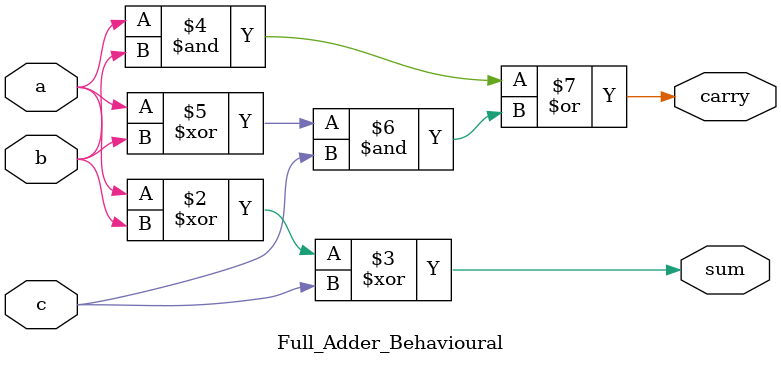
<source format=v>

module Full_Adder_Behavioural(
input a,b,c,
output reg sum, carry
);

always @(a,b,c)
begin
sum = a ^ b ^ c;
carry = (a & b) | ((a ^ b) & c);
end
endmodule

</source>
